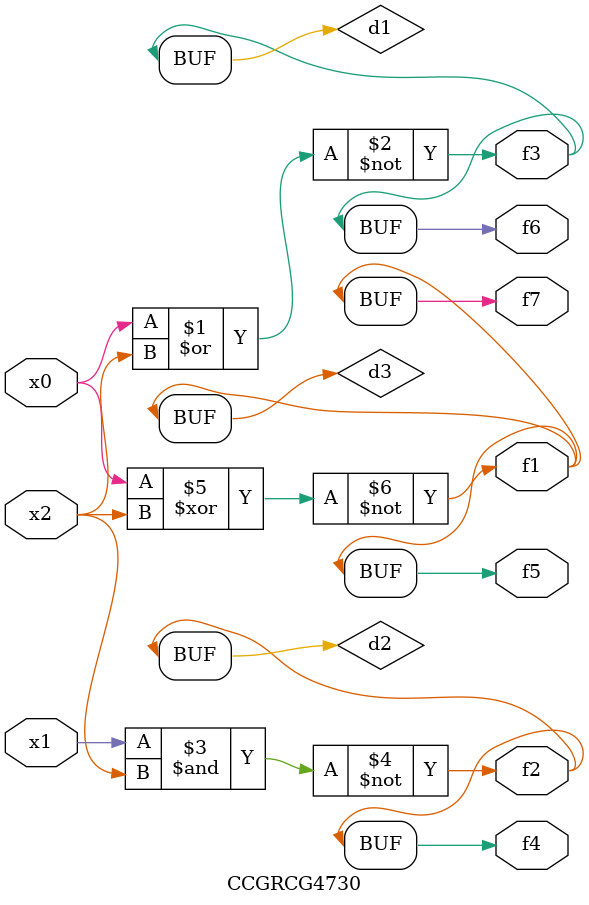
<source format=v>
module CCGRCG4730(
	input x0, x1, x2,
	output f1, f2, f3, f4, f5, f6, f7
);

	wire d1, d2, d3;

	nor (d1, x0, x2);
	nand (d2, x1, x2);
	xnor (d3, x0, x2);
	assign f1 = d3;
	assign f2 = d2;
	assign f3 = d1;
	assign f4 = d2;
	assign f5 = d3;
	assign f6 = d1;
	assign f7 = d3;
endmodule

</source>
